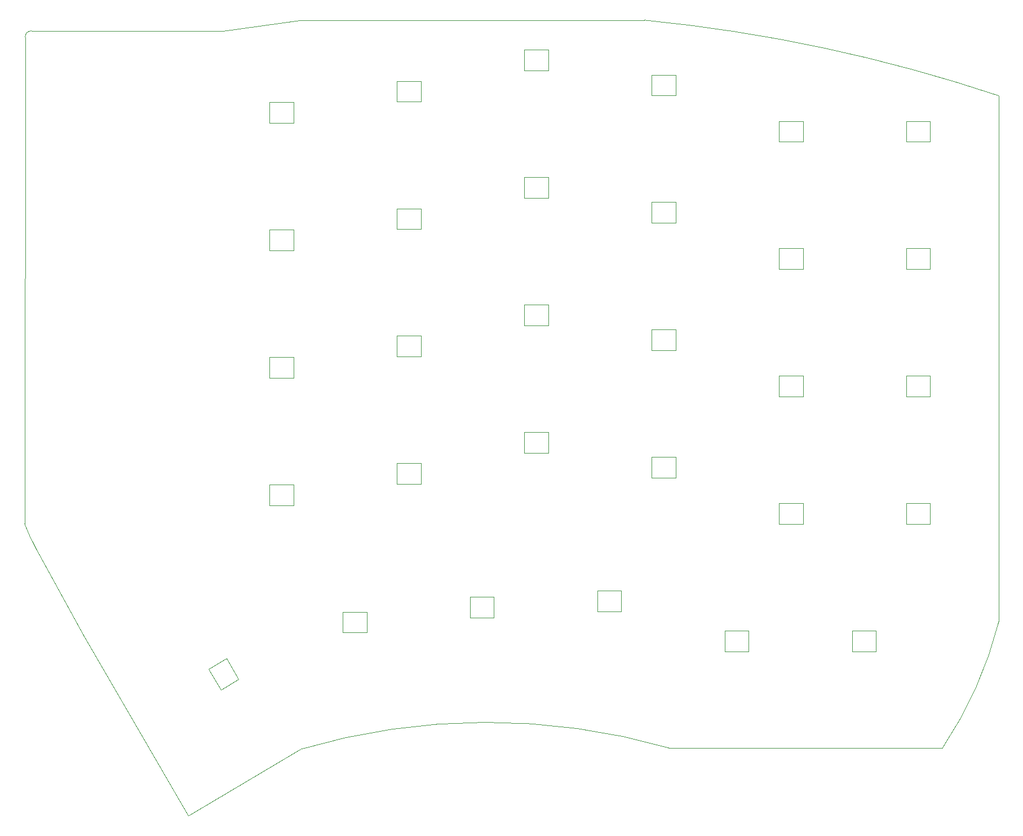
<source format=gbr>
%TF.GenerationSoftware,KiCad,Pcbnew,(5.1.8)-1*%
%TF.CreationDate,2021-02-13T18:12:48-08:00*%
%TF.ProjectId,Dualies,4475616c-6965-4732-9e6b-696361645f70,rev?*%
%TF.SameCoordinates,Original*%
%TF.FileFunction,Profile,NP*%
%FSLAX46Y46*%
G04 Gerber Fmt 4.6, Leading zero omitted, Abs format (unit mm)*
G04 Created by KiCad (PCBNEW (5.1.8)-1) date 2021-02-13 18:12:48*
%MOMM*%
%LPD*%
G01*
G04 APERTURE LIST*
%TA.AperFunction,Profile*%
%ADD10C,0.050000*%
%TD*%
%TA.AperFunction,Profile*%
%ADD11C,0.120000*%
%TD*%
G04 APERTURE END LIST*
D10*
X207187500Y-32812500D02*
X207187500Y-109875000D01*
X60937500Y-24000000D02*
X60843751Y-97031249D01*
X61875000Y-23062500D02*
X90562500Y-23062500D01*
X60937500Y-24000000D02*
G75*
G02*
X61875000Y-23062500I937500J0D01*
G01*
X90562500Y-23062500D02*
X102187500Y-21468750D01*
X85406250Y-140906250D02*
X102289528Y-130903075D01*
X102289528Y-130903076D02*
G75*
G02*
X157593749Y-130687501I28022972J-95034424D01*
G01*
X69656250Y-113812500D02*
X62604095Y-100826158D01*
X62604095Y-100826158D02*
G75*
G02*
X60843751Y-97031249I25239655J14013658D01*
G01*
X85406250Y-140906250D02*
X69656250Y-113812500D01*
X198750000Y-130687500D02*
X157593749Y-130687501D01*
X207191441Y-111750994D02*
G75*
G02*
X198749999Y-130687499I-58691441J14813494D01*
G01*
X207187500Y-111562500D02*
X207187500Y-111750000D01*
X207187500Y-110812500D02*
X207187500Y-111562500D01*
X207187500Y-110531250D02*
X207187500Y-110812500D01*
X207187500Y-110156250D02*
X207187500Y-110531250D01*
X207187500Y-109875000D02*
X207187500Y-110156250D01*
X153946843Y-21467027D02*
X102187500Y-21468750D01*
X153946843Y-21467027D02*
G75*
G02*
X207187499Y-32812501I-23634343J-241501723D01*
G01*
D11*
%TO.C,LED0*%
X101268750Y-33793750D02*
X97668750Y-33793750D01*
X101268750Y-36893750D02*
X101268750Y-33793750D01*
X101268750Y-36893750D02*
X97668750Y-36893750D01*
X97668750Y-36893750D02*
X97668750Y-33793750D01*
%TO.C,LED29*%
X188737500Y-113106250D02*
X185137500Y-113106250D01*
X188737500Y-116206250D02*
X188737500Y-113106250D01*
X188737500Y-116206250D02*
X185137500Y-116206250D01*
X185137500Y-116206250D02*
X185137500Y-113106250D01*
%TO.C,LED1*%
X120393750Y-30606250D02*
X116793750Y-30606250D01*
X120393750Y-33706250D02*
X120393750Y-30606250D01*
X120393750Y-33706250D02*
X116793750Y-33706250D01*
X116793750Y-33706250D02*
X116793750Y-30606250D01*
%TO.C,LED2*%
X139518750Y-25918750D02*
X135918750Y-25918750D01*
X139518750Y-29018750D02*
X139518750Y-25918750D01*
X139518750Y-29018750D02*
X135918750Y-29018750D01*
X135918750Y-29018750D02*
X135918750Y-25918750D01*
%TO.C,LED3*%
X158643750Y-29668750D02*
X155043750Y-29668750D01*
X158643750Y-32768750D02*
X158643750Y-29668750D01*
X158643750Y-32768750D02*
X155043750Y-32768750D01*
X155043750Y-32768750D02*
X155043750Y-29668750D01*
%TO.C,LED4*%
X177768750Y-36606250D02*
X174168750Y-36606250D01*
X177768750Y-39706250D02*
X177768750Y-36606250D01*
X177768750Y-39706250D02*
X174168750Y-39706250D01*
X174168750Y-39706250D02*
X174168750Y-36606250D01*
%TO.C,LED5*%
X196893750Y-36606250D02*
X193293750Y-36606250D01*
X196893750Y-39706250D02*
X196893750Y-36606250D01*
X196893750Y-39706250D02*
X193293750Y-39706250D01*
X193293750Y-39706250D02*
X193293750Y-36606250D01*
%TO.C,LED6*%
X97668750Y-56018750D02*
X101268750Y-56018750D01*
X97668750Y-52918750D02*
X97668750Y-56018750D01*
X97668750Y-52918750D02*
X101268750Y-52918750D01*
X101268750Y-52918750D02*
X101268750Y-56018750D01*
%TO.C,LED7*%
X116793750Y-52831250D02*
X120393750Y-52831250D01*
X116793750Y-49731250D02*
X116793750Y-52831250D01*
X116793750Y-49731250D02*
X120393750Y-49731250D01*
X120393750Y-49731250D02*
X120393750Y-52831250D01*
%TO.C,LED8*%
X135918750Y-48143750D02*
X139518750Y-48143750D01*
X135918750Y-45043750D02*
X135918750Y-48143750D01*
X135918750Y-45043750D02*
X139518750Y-45043750D01*
X139518750Y-45043750D02*
X139518750Y-48143750D01*
%TO.C,LED9*%
X155043750Y-51893750D02*
X158643750Y-51893750D01*
X155043750Y-48793750D02*
X155043750Y-51893750D01*
X155043750Y-48793750D02*
X158643750Y-48793750D01*
X158643750Y-48793750D02*
X158643750Y-51893750D01*
%TO.C,LED10*%
X174168750Y-58831250D02*
X177768750Y-58831250D01*
X174168750Y-55731250D02*
X174168750Y-58831250D01*
X174168750Y-55731250D02*
X177768750Y-55731250D01*
X177768750Y-55731250D02*
X177768750Y-58831250D01*
%TO.C,LED11*%
X193293750Y-58831250D02*
X196893750Y-58831250D01*
X193293750Y-55731250D02*
X193293750Y-58831250D01*
X193293750Y-55731250D02*
X196893750Y-55731250D01*
X196893750Y-55731250D02*
X196893750Y-58831250D01*
%TO.C,LED12*%
X101268750Y-72043750D02*
X97668750Y-72043750D01*
X101268750Y-75143750D02*
X101268750Y-72043750D01*
X101268750Y-75143750D02*
X97668750Y-75143750D01*
X97668750Y-75143750D02*
X97668750Y-72043750D01*
%TO.C,LED13*%
X120393750Y-68856250D02*
X116793750Y-68856250D01*
X120393750Y-71956250D02*
X120393750Y-68856250D01*
X120393750Y-71956250D02*
X116793750Y-71956250D01*
X116793750Y-71956250D02*
X116793750Y-68856250D01*
%TO.C,LED14*%
X139518750Y-64168750D02*
X135918750Y-64168750D01*
X139518750Y-67268750D02*
X139518750Y-64168750D01*
X139518750Y-67268750D02*
X135918750Y-67268750D01*
X135918750Y-67268750D02*
X135918750Y-64168750D01*
%TO.C,LED15*%
X158643750Y-67918750D02*
X155043750Y-67918750D01*
X158643750Y-71018750D02*
X158643750Y-67918750D01*
X158643750Y-71018750D02*
X155043750Y-71018750D01*
X155043750Y-71018750D02*
X155043750Y-67918750D01*
%TO.C,LED16*%
X177768750Y-74856250D02*
X174168750Y-74856250D01*
X177768750Y-77956250D02*
X177768750Y-74856250D01*
X177768750Y-77956250D02*
X174168750Y-77956250D01*
X174168750Y-77956250D02*
X174168750Y-74856250D01*
%TO.C,LED17*%
X196893750Y-74856250D02*
X193293750Y-74856250D01*
X196893750Y-77956250D02*
X196893750Y-74856250D01*
X196893750Y-77956250D02*
X193293750Y-77956250D01*
X193293750Y-77956250D02*
X193293750Y-74856250D01*
%TO.C,LED18*%
X97668750Y-94268750D02*
X101268750Y-94268750D01*
X97668750Y-91168750D02*
X97668750Y-94268750D01*
X97668750Y-91168750D02*
X101268750Y-91168750D01*
X101268750Y-91168750D02*
X101268750Y-94268750D01*
%TO.C,LED19*%
X116793750Y-91081250D02*
X120393750Y-91081250D01*
X116793750Y-87981250D02*
X116793750Y-91081250D01*
X116793750Y-87981250D02*
X120393750Y-87981250D01*
X120393750Y-87981250D02*
X120393750Y-91081250D01*
%TO.C,LED20*%
X135918750Y-86393750D02*
X139518750Y-86393750D01*
X135918750Y-83293750D02*
X135918750Y-86393750D01*
X135918750Y-83293750D02*
X139518750Y-83293750D01*
X139518750Y-83293750D02*
X139518750Y-86393750D01*
%TO.C,LED21*%
X155043750Y-90143750D02*
X158643750Y-90143750D01*
X155043750Y-87043750D02*
X155043750Y-90143750D01*
X155043750Y-87043750D02*
X158643750Y-87043750D01*
X158643750Y-87043750D02*
X158643750Y-90143750D01*
%TO.C,LED22*%
X174168750Y-97081250D02*
X177768750Y-97081250D01*
X174168750Y-93981250D02*
X174168750Y-97081250D01*
X174168750Y-93981250D02*
X177768750Y-93981250D01*
X177768750Y-93981250D02*
X177768750Y-97081250D01*
%TO.C,LED23*%
X193293750Y-97081250D02*
X196893750Y-97081250D01*
X193293750Y-93981250D02*
X193293750Y-97081250D01*
X193293750Y-93981250D02*
X196893750Y-93981250D01*
X196893750Y-93981250D02*
X196893750Y-97081250D01*
%TO.C,LED24*%
X92992339Y-120408846D02*
X91192339Y-117291154D01*
X90307661Y-121958846D02*
X92992339Y-120408846D01*
X90307661Y-121958846D02*
X88507661Y-118841154D01*
X88507661Y-118841154D02*
X91192339Y-117291154D01*
%TO.C,LED25*%
X112237500Y-110293750D02*
X108637500Y-110293750D01*
X112237500Y-113393750D02*
X112237500Y-110293750D01*
X112237500Y-113393750D02*
X108637500Y-113393750D01*
X108637500Y-113393750D02*
X108637500Y-110293750D01*
%TO.C,LED26*%
X131362500Y-108043750D02*
X127762500Y-108043750D01*
X131362500Y-111143750D02*
X131362500Y-108043750D01*
X131362500Y-111143750D02*
X127762500Y-111143750D01*
X127762500Y-111143750D02*
X127762500Y-108043750D01*
%TO.C,LED27*%
X150487500Y-107106250D02*
X146887500Y-107106250D01*
X150487500Y-110206250D02*
X150487500Y-107106250D01*
X150487500Y-110206250D02*
X146887500Y-110206250D01*
X146887500Y-110206250D02*
X146887500Y-107106250D01*
%TO.C,LED28*%
X169612500Y-113106250D02*
X166012500Y-113106250D01*
X169612500Y-116206250D02*
X169612500Y-113106250D01*
X169612500Y-116206250D02*
X166012500Y-116206250D01*
X166012500Y-116206250D02*
X166012500Y-113106250D01*
%TD*%
M02*

</source>
